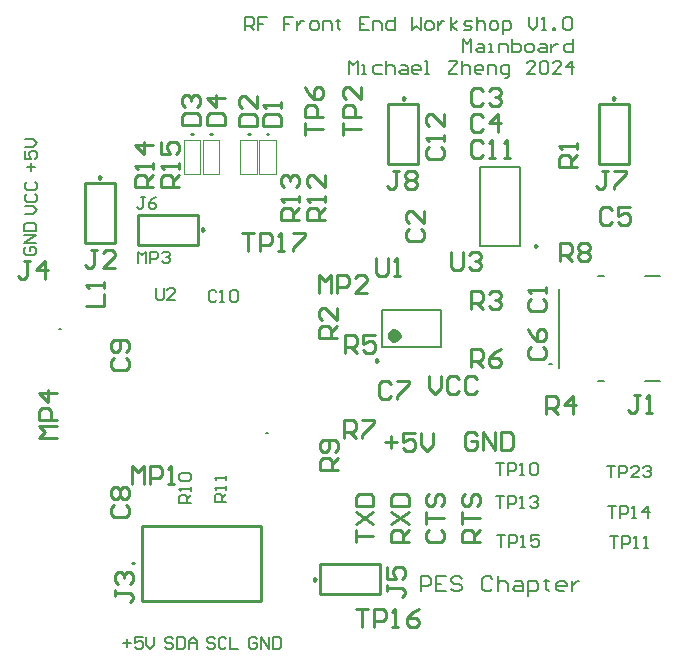
<source format=gto>
G04*
G04 #@! TF.GenerationSoftware,Altium Limited,Altium Designer,24.9.1 (31)*
G04*
G04 Layer_Color=65535*
%FSLAX25Y25*%
%MOIN*%
G70*
G04*
G04 #@! TF.SameCoordinates,A3C4BDD5-98FE-4EBF-97C8-16CFD852CAFA*
G04*
G04*
G04 #@! TF.FilePolarity,Positive*
G04*
G01*
G75*
%ADD10C,0.00787*%
%ADD11C,0.00984*%
%ADD12C,0.01004*%
%ADD13C,0.01000*%
%ADD14C,0.02362*%
%ADD15C,0.00500*%
%ADD16C,0.00394*%
%ADD17C,0.00602*%
D10*
X86024Y73524D02*
X85236D01*
X86024D01*
X180512Y96555D02*
X179724D01*
X180512D01*
X16929Y108268D02*
X16142D01*
X16929D01*
X156693Y162008D02*
X170079D01*
X156693Y135630D02*
X170079D01*
X156693D02*
Y162008D01*
X170079Y135630D02*
Y162008D01*
X124016Y101969D02*
X143701D01*
X124016Y114567D02*
X143701D01*
X124016Y101969D02*
Y114567D01*
X143701Y101969D02*
Y114567D01*
X136870Y20693D02*
Y25810D01*
X139428D01*
X140281Y24957D01*
Y23251D01*
X139428Y22399D01*
X136870D01*
X145397Y25810D02*
X141987D01*
Y20693D01*
X145397D01*
X141987Y23251D02*
X143692D01*
X150514Y24957D02*
X149661Y25810D01*
X147956D01*
X147103Y24957D01*
Y24104D01*
X147956Y23251D01*
X149661D01*
X150514Y22399D01*
Y21546D01*
X149661Y20693D01*
X147956D01*
X147103Y21546D01*
X160747Y24957D02*
X159894Y25810D01*
X158189D01*
X157336Y24957D01*
Y21546D01*
X158189Y20693D01*
X159894D01*
X160747Y21546D01*
X162452Y25810D02*
Y20693D01*
Y23251D01*
X163305Y24104D01*
X165011D01*
X165863Y23251D01*
Y20693D01*
X168421Y24104D02*
X170127D01*
X170980Y23251D01*
Y20693D01*
X168421D01*
X167569Y21546D01*
X168421Y22399D01*
X170980D01*
X172685Y18988D02*
Y24104D01*
X175243D01*
X176096Y23251D01*
Y21546D01*
X175243Y20693D01*
X172685D01*
X178655Y24957D02*
Y24104D01*
X177802D01*
X179507D01*
X178655D01*
Y21546D01*
X179507Y20693D01*
X184624D02*
X182918D01*
X182065Y21546D01*
Y23251D01*
X182918Y24104D01*
X184624D01*
X185476Y23251D01*
Y22399D01*
X182065D01*
X187182Y24104D02*
Y20693D01*
Y22399D01*
X188035Y23251D01*
X188887Y24104D01*
X189740D01*
X150787Y200394D02*
Y204723D01*
X152231Y203280D01*
X153674Y204723D01*
Y200394D01*
X155838Y203280D02*
X157281D01*
X158003Y202558D01*
Y200394D01*
X155838D01*
X155117Y201115D01*
X155838Y201837D01*
X158003D01*
X159446Y200394D02*
X160889D01*
X160168D01*
Y203280D01*
X159446D01*
X163054Y200394D02*
Y203280D01*
X165218D01*
X165940Y202558D01*
Y200394D01*
X167383Y204723D02*
Y200394D01*
X169548D01*
X170269Y201115D01*
Y201837D01*
Y202558D01*
X169548Y203280D01*
X167383D01*
X172434Y200394D02*
X173877D01*
X174599Y201115D01*
Y202558D01*
X173877Y203280D01*
X172434D01*
X171712Y202558D01*
Y201115D01*
X172434Y200394D01*
X176763Y203280D02*
X178206D01*
X178928Y202558D01*
Y200394D01*
X176763D01*
X176042Y201115D01*
X176763Y201837D01*
X178928D01*
X180371Y203280D02*
Y200394D01*
Y201837D01*
X181093Y202558D01*
X181814Y203280D01*
X182536D01*
X187586Y204723D02*
Y200394D01*
X185422D01*
X184700Y201115D01*
Y202558D01*
X185422Y203280D01*
X187586D01*
X78347Y207742D02*
Y212072D01*
X80511D01*
X81233Y211350D01*
Y209907D01*
X80511Y209185D01*
X78347D01*
X79790D02*
X81233Y207742D01*
X85562Y212072D02*
X82676D01*
Y209907D01*
X84119D01*
X82676D01*
Y207742D01*
X94221Y212072D02*
X91334D01*
Y209907D01*
X92778D01*
X91334D01*
Y207742D01*
X95664Y210629D02*
Y207742D01*
Y209185D01*
X96385Y209907D01*
X97107Y210629D01*
X97828D01*
X100715Y207742D02*
X102158D01*
X102879Y208464D01*
Y209907D01*
X102158Y210629D01*
X100715D01*
X99993Y209907D01*
Y208464D01*
X100715Y207742D01*
X104322D02*
Y210629D01*
X106487D01*
X107209Y209907D01*
Y207742D01*
X109373Y211350D02*
Y210629D01*
X108652D01*
X110095D01*
X109373D01*
Y208464D01*
X110095Y207742D01*
X119475Y212072D02*
X116589D01*
Y207742D01*
X119475D01*
X116589Y209907D02*
X118032D01*
X120918Y207742D02*
Y210629D01*
X123083D01*
X123804Y209907D01*
Y207742D01*
X128133Y212072D02*
Y207742D01*
X125969D01*
X125247Y208464D01*
Y209907D01*
X125969Y210629D01*
X128133D01*
X133906Y212072D02*
Y207742D01*
X135349Y209185D01*
X136792Y207742D01*
Y212072D01*
X138957Y207742D02*
X140400D01*
X141121Y208464D01*
Y209907D01*
X140400Y210629D01*
X138957D01*
X138235Y209907D01*
Y208464D01*
X138957Y207742D01*
X142565Y210629D02*
Y207742D01*
Y209185D01*
X143286Y209907D01*
X144008Y210629D01*
X144729D01*
X146894Y207742D02*
Y212072D01*
Y209185D02*
X149058Y210629D01*
X146894Y209185D02*
X149058Y207742D01*
X151223D02*
X153388D01*
X154109Y208464D01*
X153388Y209185D01*
X151945D01*
X151223Y209907D01*
X151945Y210629D01*
X154109D01*
X155552Y212072D02*
Y207742D01*
Y209907D01*
X156274Y210629D01*
X157717D01*
X158439Y209907D01*
Y207742D01*
X160603D02*
X162047D01*
X162768Y208464D01*
Y209907D01*
X162047Y210629D01*
X160603D01*
X159882Y209907D01*
Y208464D01*
X160603Y207742D01*
X164211Y206299D02*
Y210629D01*
X166376D01*
X167097Y209907D01*
Y208464D01*
X166376Y207742D01*
X164211D01*
X172870Y212072D02*
Y209185D01*
X174313Y207742D01*
X175756Y209185D01*
Y212072D01*
X177199Y207742D02*
X178642D01*
X177921D01*
Y212072D01*
X177199Y211350D01*
X180807Y207742D02*
Y208464D01*
X181528D01*
Y207742D01*
X180807D01*
X184415Y211350D02*
X185136Y212072D01*
X186579D01*
X187301Y211350D01*
Y208464D01*
X186579Y207742D01*
X185136D01*
X184415Y208464D01*
Y211350D01*
X112992Y193175D02*
Y197505D01*
X114435Y196062D01*
X115878Y197505D01*
Y193175D01*
X117321D02*
X118764D01*
X118043D01*
Y196062D01*
X117321D01*
X123815D02*
X121651D01*
X120929Y195340D01*
Y193897D01*
X121651Y193175D01*
X123815D01*
X125259Y197505D02*
Y193175D01*
Y195340D01*
X125980Y196062D01*
X127423D01*
X128145Y195340D01*
Y193175D01*
X130309Y196062D02*
X131753D01*
X132474Y195340D01*
Y193175D01*
X130309D01*
X129588Y193897D01*
X130309Y194618D01*
X132474D01*
X136082Y193175D02*
X134639D01*
X133917Y193897D01*
Y195340D01*
X134639Y196062D01*
X136082D01*
X136803Y195340D01*
Y194618D01*
X133917D01*
X138246Y193175D02*
X139690D01*
X138968D01*
Y197505D01*
X138246D01*
X146184D02*
X149070D01*
Y196783D01*
X146184Y193897D01*
Y193175D01*
X149070D01*
X150513Y197505D02*
Y193175D01*
Y195340D01*
X151234Y196062D01*
X152678D01*
X153399Y195340D01*
Y193175D01*
X157007D02*
X155564D01*
X154842Y193897D01*
Y195340D01*
X155564Y196062D01*
X157007D01*
X157728Y195340D01*
Y194618D01*
X154842D01*
X159171Y193175D02*
Y196062D01*
X161336D01*
X162058Y195340D01*
Y193175D01*
X164944Y191732D02*
X165665D01*
X166387Y192454D01*
Y196062D01*
X164222D01*
X163501Y195340D01*
Y193897D01*
X164222Y193175D01*
X166387D01*
X175046D02*
X172159D01*
X175046Y196062D01*
Y196783D01*
X174324Y197505D01*
X172881D01*
X172159Y196783D01*
X176489D02*
X177210Y197505D01*
X178653D01*
X179375Y196783D01*
Y193897D01*
X178653Y193175D01*
X177210D01*
X176489Y193897D01*
Y196783D01*
X183704Y193175D02*
X180818D01*
X183704Y196062D01*
Y196783D01*
X182983Y197505D01*
X181539D01*
X180818Y196783D01*
X187312Y193175D02*
Y197505D01*
X185147Y195340D01*
X188033D01*
D11*
X175689Y135827D02*
X174951Y136253D01*
Y135400D01*
X175689Y135827D01*
X122549Y97539D02*
X121811Y97966D01*
Y97113D01*
X122549Y97539D01*
D12*
X201681Y185039D02*
X200931Y185472D01*
Y184606D01*
X201681Y185039D01*
X131602D02*
X130852Y185472D01*
Y184606D01*
X131602Y185039D01*
X64772Y141240D02*
X64022Y141673D01*
Y140807D01*
X64772Y141240D01*
X101878Y24705D02*
X101128Y25138D01*
Y24272D01*
X101878Y24705D01*
X30421Y158661D02*
X29671Y159094D01*
Y158228D01*
X30421Y158661D01*
D13*
X86105Y173228D02*
X85548D01*
X86105D01*
X79806D02*
X79249D01*
X79806D01*
X67207D02*
X66651D01*
X67207D01*
X60908D02*
X60352D01*
X60908D01*
X41236Y30118D02*
X40614D01*
X41236D01*
X196181Y163228D02*
Y183228D01*
X206181Y163228D02*
Y183228D01*
X196181Y163228D02*
X206181D01*
X196181Y183228D02*
X206181D01*
X126102Y163228D02*
Y183228D01*
X136102Y163228D02*
Y183228D01*
X126102Y163228D02*
X136102D01*
X126102Y183228D02*
X136102D01*
X42461Y146240D02*
X62461D01*
X42461Y136240D02*
X62461D01*
X42461D02*
Y146240D01*
X62461Y136240D02*
Y146240D01*
X103189Y19705D02*
X123189D01*
X103189Y29705D02*
X123189D01*
Y19705D02*
Y29705D01*
X103189Y19705D02*
Y29705D01*
X44094Y17323D02*
X83504D01*
X44094Y42323D02*
X83504D01*
Y17323D02*
Y42323D01*
X44094Y17323D02*
Y42323D01*
X24921Y136850D02*
Y156850D01*
X34921Y136850D02*
Y156850D01*
X24921Y136850D02*
X34921D01*
X24921Y156850D02*
X34921D01*
X40640Y56450D02*
Y62448D01*
X42639Y60448D01*
X44639Y62448D01*
Y56450D01*
X46638D02*
Y62448D01*
X49637D01*
X50637Y61448D01*
Y59449D01*
X49637Y58449D01*
X46638D01*
X52636Y56450D02*
X54636D01*
X53636D01*
Y62448D01*
X52636Y61448D01*
X146970Y133708D02*
Y128709D01*
X147970Y127710D01*
X149969D01*
X150969Y128709D01*
Y133708D01*
X152968Y132708D02*
X153968Y133708D01*
X155967D01*
X156967Y132708D01*
Y131708D01*
X155967Y130709D01*
X154967D01*
X155967D01*
X156967Y129709D01*
Y128709D01*
X155967Y127710D01*
X153968D01*
X152968Y128709D01*
X122100Y131952D02*
Y126953D01*
X123100Y125953D01*
X125099D01*
X126099Y126953D01*
Y131952D01*
X128098Y125953D02*
X130097D01*
X129098D01*
Y131952D01*
X128098Y130952D01*
X139640Y92369D02*
Y88370D01*
X141640Y86371D01*
X143639Y88370D01*
Y92369D01*
X149637Y91369D02*
X148637Y92369D01*
X146638D01*
X145638Y91369D01*
Y87371D01*
X146638Y86371D01*
X148637D01*
X149637Y87371D01*
X155635Y91369D02*
X154636Y92369D01*
X152636D01*
X151637Y91369D01*
Y87371D01*
X152636Y86371D01*
X154636D01*
X155635Y87371D01*
X125074Y70472D02*
X129072D01*
X127073Y72472D02*
Y68473D01*
X135070Y73471D02*
X131071D01*
Y70472D01*
X133071Y71472D01*
X134071D01*
X135070Y70472D01*
Y68473D01*
X134071Y67473D01*
X132071D01*
X131071Y68473D01*
X137070Y73471D02*
Y69473D01*
X139069Y67473D01*
X141068Y69473D01*
Y73471D01*
X155450Y72865D02*
X154450Y73865D01*
X152451D01*
X151451Y72865D01*
Y68867D01*
X152451Y67867D01*
X154450D01*
X155450Y68867D01*
Y70866D01*
X153451D01*
X157449Y67867D02*
Y73865D01*
X161448Y67867D01*
Y73865D01*
X163447D02*
Y67867D01*
X166447D01*
X167446Y68867D01*
Y72865D01*
X166447Y73865D01*
X163447D01*
X77299Y140105D02*
X81297D01*
X79298D01*
Y134107D01*
X83297D02*
Y140105D01*
X86296D01*
X87295Y139106D01*
Y137106D01*
X86296Y136107D01*
X83297D01*
X89295Y134107D02*
X91294D01*
X90294D01*
Y140105D01*
X89295Y139106D01*
X94293Y140105D02*
X98292D01*
Y139106D01*
X94293Y135107D01*
Y134107D01*
X115291Y14810D02*
X119290D01*
X117290D01*
Y8812D01*
X121289D02*
Y14810D01*
X124288D01*
X125288Y13810D01*
Y11811D01*
X124288Y10811D01*
X121289D01*
X127287Y8812D02*
X129286D01*
X128287D01*
Y14810D01*
X127287Y13810D01*
X136284Y14810D02*
X134285Y13810D01*
X132285Y11811D01*
Y9812D01*
X133285Y8812D01*
X135284D01*
X136284Y9812D01*
Y10811D01*
X135284Y11811D01*
X132285D01*
X98182Y172711D02*
Y176710D01*
Y174711D01*
X104180D01*
Y178709D02*
X98182D01*
Y181708D01*
X99182Y182708D01*
X101181D01*
X102181Y181708D01*
Y178709D01*
X98182Y188706D02*
X99182Y186707D01*
X101181Y184707D01*
X103180D01*
X104180Y185707D01*
Y187706D01*
X103180Y188706D01*
X102181D01*
X101181Y187706D01*
Y184707D01*
X139733Y41277D02*
X138733Y40277D01*
Y38278D01*
X139733Y37278D01*
X143732D01*
X144731Y38278D01*
Y40277D01*
X143732Y41277D01*
X138733Y43276D02*
Y47275D01*
Y45276D01*
X144731D01*
X139733Y53273D02*
X138733Y52273D01*
Y50274D01*
X139733Y49274D01*
X140733D01*
X141732Y50274D01*
Y52273D01*
X142732Y53273D01*
X143732D01*
X144731Y52273D01*
Y50274D01*
X143732Y49274D01*
X132920Y37278D02*
X126922D01*
Y40277D01*
X127922Y41277D01*
X129921D01*
X130921Y40277D01*
Y37278D01*
Y39277D02*
X132920Y41277D01*
X126922Y43276D02*
X132920Y47275D01*
X126922D02*
X132920Y43276D01*
X126922Y49274D02*
X132920D01*
Y52273D01*
X131921Y53273D01*
X127922D01*
X126922Y52273D01*
Y49274D01*
X156542Y37278D02*
X150544D01*
Y40277D01*
X151544Y41277D01*
X153543D01*
X154543Y40277D01*
Y37278D01*
Y39277D02*
X156542Y41277D01*
X150544Y43276D02*
Y47275D01*
Y45276D01*
X156542D01*
X151544Y53273D02*
X150544Y52273D01*
Y50274D01*
X151544Y49274D01*
X152544D01*
X153543Y50274D01*
Y52273D01*
X154543Y53273D01*
X155543D01*
X156542Y52273D01*
Y50274D01*
X155543Y49274D01*
X110781Y172711D02*
Y176710D01*
Y174711D01*
X116779D01*
Y178709D02*
X110781D01*
Y181708D01*
X111780Y182708D01*
X113779D01*
X114779Y181708D01*
Y178709D01*
X116779Y188706D02*
Y184707D01*
X112780Y188706D01*
X111780D01*
X110781Y187706D01*
Y185707D01*
X111780Y184707D01*
X115111Y37278D02*
Y41277D01*
Y39277D01*
X121109D01*
X115111Y43276D02*
X121109Y47275D01*
X115111D02*
X121109Y43276D01*
X115111Y49274D02*
X121109D01*
Y52273D01*
X120110Y53273D01*
X116111D01*
X115111Y52273D01*
Y49274D01*
X109298Y61143D02*
X103300D01*
Y64142D01*
X104300Y65142D01*
X106299D01*
X107299Y64142D01*
Y61143D01*
Y63143D02*
X109298Y65142D01*
X108299Y67141D02*
X109298Y68141D01*
Y70140D01*
X108299Y71140D01*
X104300D01*
X103300Y70140D01*
Y68141D01*
X104300Y67141D01*
X105299D01*
X106299Y68141D01*
Y71140D01*
X183191Y130859D02*
Y136857D01*
X186190D01*
X187189Y135858D01*
Y133858D01*
X186190Y132859D01*
X183191D01*
X185190D02*
X187189Y130859D01*
X189189Y135858D02*
X190188Y136857D01*
X192188D01*
X193187Y135858D01*
Y134858D01*
X192188Y133858D01*
X193187Y132859D01*
Y131859D01*
X192188Y130859D01*
X190188D01*
X189189Y131859D01*
Y132859D01*
X190188Y133858D01*
X189189Y134858D01*
Y135858D01*
X190188Y133858D02*
X192188D01*
X111143Y71804D02*
Y77802D01*
X114142D01*
X115142Y76802D01*
Y74803D01*
X114142Y73804D01*
X111143D01*
X113143D02*
X115142Y71804D01*
X117141Y77802D02*
X121140D01*
Y76802D01*
X117141Y72804D01*
Y71804D01*
X153663Y95426D02*
Y101424D01*
X156662D01*
X157662Y100425D01*
Y98425D01*
X156662Y97426D01*
X153663D01*
X155662D02*
X157662Y95426D01*
X163660Y101424D02*
X161660Y100425D01*
X159661Y98425D01*
Y96426D01*
X160661Y95426D01*
X162660D01*
X163660Y96426D01*
Y97426D01*
X162660Y98425D01*
X159661D01*
X111537Y100151D02*
Y106149D01*
X114536D01*
X115536Y105149D01*
Y103150D01*
X114536Y102150D01*
X111537D01*
X113536D02*
X115536Y100151D01*
X121534Y106149D02*
X117535D01*
Y103150D01*
X119535Y104149D01*
X120534D01*
X121534Y103150D01*
Y101150D01*
X120534Y100151D01*
X118535D01*
X117535Y101150D01*
X178466Y79678D02*
Y85676D01*
X181465D01*
X182465Y84676D01*
Y82677D01*
X181465Y81678D01*
X178466D01*
X180465D02*
X182465Y79678D01*
X187463D02*
Y85676D01*
X184464Y82677D01*
X188463D01*
X153663Y114717D02*
Y120716D01*
X156662D01*
X157662Y119716D01*
Y117717D01*
X156662Y116717D01*
X153663D01*
X155662D02*
X157662Y114717D01*
X159661Y119716D02*
X160661Y120716D01*
X162660D01*
X163660Y119716D01*
Y118716D01*
X162660Y117717D01*
X161660D01*
X162660D01*
X163660Y116717D01*
Y115717D01*
X162660Y114717D01*
X160661D01*
X159661Y115717D01*
X108905Y105238D02*
X102907D01*
Y108237D01*
X103906Y109237D01*
X105905D01*
X106905Y108237D01*
Y105238D01*
Y107237D02*
X108905Y109237D01*
Y115235D02*
Y111236D01*
X104906Y115235D01*
X103906D01*
X102907Y114235D01*
Y112236D01*
X103906Y111236D01*
X56149Y155298D02*
X50151D01*
Y158297D01*
X51150Y159296D01*
X53150D01*
X54149Y158297D01*
Y155298D01*
Y157297D02*
X56149Y159296D01*
Y161296D02*
Y163295D01*
Y162295D01*
X50151D01*
X51150Y161296D01*
X50151Y170293D02*
Y166294D01*
X53150D01*
X52150Y168293D01*
Y169293D01*
X53150Y170293D01*
X55149D01*
X56149Y169293D01*
Y167294D01*
X55149Y166294D01*
X47487Y155298D02*
X41489D01*
Y158297D01*
X42489Y159296D01*
X44488D01*
X45488Y158297D01*
Y155298D01*
Y157297D02*
X47487Y159296D01*
Y161296D02*
Y163295D01*
Y162295D01*
X41489D01*
X42489Y161296D01*
X47487Y169293D02*
X41489D01*
X44488Y166294D01*
Y170293D01*
X96306Y144471D02*
X90308D01*
Y147470D01*
X91308Y148470D01*
X93307D01*
X94307Y147470D01*
Y144471D01*
Y146470D02*
X96306Y148470D01*
Y150469D02*
Y152468D01*
Y151469D01*
X90308D01*
X91308Y150469D01*
Y155467D02*
X90308Y156467D01*
Y158466D01*
X91308Y159466D01*
X92307D01*
X93307Y158466D01*
Y157467D01*
Y158466D01*
X94307Y159466D01*
X95306D01*
X96306Y158466D01*
Y156467D01*
X95306Y155467D01*
X104967Y144471D02*
X98970D01*
Y147470D01*
X99969Y148470D01*
X101969D01*
X102968Y147470D01*
Y144471D01*
Y146470D02*
X104967Y148470D01*
Y150469D02*
Y152468D01*
Y151469D01*
X98970D01*
X99969Y150469D01*
X104967Y159466D02*
Y155467D01*
X100969Y159466D01*
X99969D01*
X98970Y158466D01*
Y156467D01*
X99969Y155467D01*
X188826Y162143D02*
X182828D01*
Y165142D01*
X183827Y166142D01*
X185827D01*
X186826Y165142D01*
Y162143D01*
Y164142D02*
X188826Y166142D01*
Y168141D02*
Y170140D01*
Y169141D01*
X182828D01*
X183827Y168141D01*
X15597Y71924D02*
X9599D01*
X11599Y73923D01*
X9599Y75923D01*
X15597D01*
Y77922D02*
X9599D01*
Y80921D01*
X10599Y81921D01*
X12598D01*
X13598Y80921D01*
Y77922D01*
X15597Y86919D02*
X9599D01*
X12598Y83920D01*
Y87919D01*
X103026Y120229D02*
Y126227D01*
X105026Y124228D01*
X107025Y126227D01*
Y120229D01*
X109024D02*
Y126227D01*
X112023D01*
X113023Y125228D01*
Y123228D01*
X112023Y122229D01*
X109024D01*
X119021Y120229D02*
X115022D01*
X119021Y124228D01*
Y125228D01*
X118021Y126227D01*
X116022D01*
X115022Y125228D01*
X25347Y115686D02*
X31345D01*
Y119685D01*
Y121684D02*
Y123684D01*
Y122684D01*
X25347D01*
X26347Y121684D01*
X129709Y160873D02*
X127710D01*
X128709D01*
Y155875D01*
X127710Y154875D01*
X126710D01*
X125710Y155875D01*
X131708Y159873D02*
X132708Y160873D01*
X134707D01*
X135707Y159873D01*
Y158874D01*
X134707Y157874D01*
X135707Y156874D01*
Y155875D01*
X134707Y154875D01*
X132708D01*
X131708Y155875D01*
Y156874D01*
X132708Y157874D01*
X131708Y158874D01*
Y159873D01*
X132708Y157874D02*
X134707D01*
X199394Y160873D02*
X197395D01*
X198394D01*
Y155875D01*
X197395Y154875D01*
X196395D01*
X195395Y155875D01*
X201393Y160873D02*
X205392D01*
Y159873D01*
X201393Y155875D01*
Y154875D01*
X125544Y22918D02*
Y20918D01*
Y21918D01*
X130543D01*
X131542Y20918D01*
Y19919D01*
X130543Y18919D01*
X125544Y28916D02*
Y24917D01*
X128543D01*
X127544Y26916D01*
Y27916D01*
X128543Y28916D01*
X130543D01*
X131542Y27916D01*
Y25917D01*
X130543Y24917D01*
X6481Y130952D02*
X4481D01*
X5481D01*
Y125953D01*
X4481Y124954D01*
X3482D01*
X2482Y125953D01*
X11479Y124954D02*
Y130952D01*
X8480Y127953D01*
X12479D01*
X35092Y21244D02*
Y19245D01*
Y20245D01*
X40090D01*
X41090Y19245D01*
Y18245D01*
X40090Y17246D01*
X36091Y23244D02*
X35092Y24243D01*
Y26243D01*
X36091Y27242D01*
X37091D01*
X38091Y26243D01*
Y25243D01*
Y26243D01*
X39090Y27242D01*
X40090D01*
X41090Y26243D01*
Y24243D01*
X40090Y23244D01*
X28922Y134495D02*
X26922D01*
X27922D01*
Y129497D01*
X26922Y128497D01*
X25923D01*
X24923Y129497D01*
X34920Y128497D02*
X30921D01*
X34920Y132496D01*
Y133495D01*
X33920Y134495D01*
X31921D01*
X30921Y133495D01*
X209842Y86070D02*
X207843D01*
X208843D01*
Y81072D01*
X207843Y80072D01*
X206843D01*
X205844Y81072D01*
X211842Y80072D02*
X213841D01*
X212842D01*
Y86070D01*
X211842Y85070D01*
X65505Y176104D02*
X71503D01*
Y179103D01*
X70503Y180103D01*
X66505D01*
X65505Y179103D01*
Y176104D01*
X71503Y185101D02*
X65505D01*
X68504Y182102D01*
Y186101D01*
X57237Y176104D02*
X63235D01*
Y179103D01*
X62236Y180103D01*
X58237D01*
X57237Y179103D01*
Y176104D01*
X58237Y182102D02*
X57237Y183102D01*
Y185101D01*
X58237Y186101D01*
X59237D01*
X60236Y185101D01*
Y184101D01*
Y185101D01*
X61236Y186101D01*
X62236D01*
X63235Y185101D01*
Y183102D01*
X62236Y182102D01*
X76135Y175710D02*
X82133D01*
Y178709D01*
X81133Y179709D01*
X77135D01*
X76135Y178709D01*
Y175710D01*
X82133Y185707D02*
Y181708D01*
X78134Y185707D01*
X77135D01*
X76135Y184707D01*
Y182708D01*
X77135Y181708D01*
X84403Y175923D02*
X90401D01*
Y178922D01*
X89401Y179921D01*
X85402D01*
X84403Y178922D01*
Y175923D01*
X90401Y181921D02*
Y183920D01*
Y182920D01*
X84403D01*
X85402Y181921D01*
X139733Y168942D02*
X138733Y167942D01*
Y165943D01*
X139733Y164943D01*
X143732D01*
X144731Y165943D01*
Y167942D01*
X143732Y168942D01*
X144731Y170941D02*
Y172941D01*
Y171941D01*
X138733D01*
X139733Y170941D01*
X144731Y179938D02*
Y175940D01*
X140733Y179938D01*
X139733D01*
X138733Y178939D01*
Y176939D01*
X139733Y175940D01*
X157737Y170110D02*
X156737Y171109D01*
X154738D01*
X153738Y170110D01*
Y166111D01*
X154738Y165111D01*
X156737D01*
X157737Y166111D01*
X159736Y165111D02*
X161736D01*
X160736D01*
Y171109D01*
X159736Y170110D01*
X164735Y165111D02*
X166734D01*
X165734D01*
Y171109D01*
X164735Y170110D01*
X34615Y98607D02*
X33615Y97607D01*
Y95608D01*
X34615Y94608D01*
X38614D01*
X39613Y95608D01*
Y97607D01*
X38614Y98607D01*
Y100606D02*
X39613Y101606D01*
Y103605D01*
X38614Y104605D01*
X34615D01*
X33615Y103605D01*
Y101606D01*
X34615Y100606D01*
X35614D01*
X36614Y101606D01*
Y104605D01*
X34516Y49591D02*
X33517Y48591D01*
Y46592D01*
X34516Y45592D01*
X38515D01*
X39515Y46592D01*
Y48591D01*
X38515Y49591D01*
X34516Y51590D02*
X33517Y52590D01*
Y54589D01*
X34516Y55589D01*
X35516D01*
X36516Y54589D01*
X37515Y55589D01*
X38515D01*
X39515Y54589D01*
Y52590D01*
X38515Y51590D01*
X37515D01*
X36516Y52590D01*
X35516Y51590D01*
X34516D01*
X36516Y52590D02*
Y54589D01*
X126953Y89795D02*
X125953Y90794D01*
X123954D01*
X122954Y89795D01*
Y85796D01*
X123954Y84796D01*
X125953D01*
X126953Y85796D01*
X128952Y90794D02*
X132951D01*
Y89795D01*
X128952Y85796D01*
Y84796D01*
X173591Y102150D02*
X172591Y101150D01*
Y99151D01*
X173591Y98151D01*
X177590D01*
X178590Y99151D01*
Y101150D01*
X177590Y102150D01*
X172591Y108148D02*
X173591Y106149D01*
X175591Y104149D01*
X177590D01*
X178590Y105149D01*
Y107148D01*
X177590Y108148D01*
X176590D01*
X175591Y107148D01*
Y104149D01*
X200575Y147669D02*
X199575Y148668D01*
X197576D01*
X196576Y147669D01*
Y143670D01*
X197576Y142670D01*
X199575D01*
X200575Y143670D01*
X206573Y148668D02*
X202574D01*
Y145669D01*
X204574Y146669D01*
X205574D01*
X206573Y145669D01*
Y143670D01*
X205574Y142670D01*
X203574D01*
X202574Y143670D01*
X157662Y178771D02*
X156662Y179771D01*
X154663D01*
X153663Y178771D01*
Y174772D01*
X154663Y173773D01*
X156662D01*
X157662Y174772D01*
X162660Y173773D02*
Y179771D01*
X159661Y176772D01*
X163660D01*
X157662Y187432D02*
X156662Y188432D01*
X154663D01*
X153663Y187432D01*
Y183434D01*
X154663Y182434D01*
X156662D01*
X157662Y183434D01*
X159661Y187432D02*
X160661Y188432D01*
X162660D01*
X163660Y187432D01*
Y186433D01*
X162660Y185433D01*
X161660D01*
X162660D01*
X163660Y184433D01*
Y183434D01*
X162660Y182434D01*
X160661D01*
X159661Y183434D01*
X133040Y141520D02*
X132040Y140520D01*
Y138521D01*
X133040Y137521D01*
X137039D01*
X138038Y138521D01*
Y140520D01*
X137039Y141520D01*
X138038Y147518D02*
Y143519D01*
X134040Y147518D01*
X133040D01*
X132040Y146518D01*
Y144519D01*
X133040Y143519D01*
X173591Y118110D02*
X172591Y117111D01*
Y115111D01*
X173591Y114111D01*
X177590D01*
X178590Y115111D01*
Y117111D01*
X177590Y118110D01*
X178590Y120110D02*
Y122109D01*
Y121109D01*
X172591D01*
X173591Y120110D01*
D14*
X129134Y105905D02*
X128689Y106829D01*
X127690Y107057D01*
X126889Y106418D01*
Y105393D01*
X127690Y104754D01*
X128689Y104982D01*
X129134Y105905D01*
D15*
X182795Y95177D02*
Y121358D01*
X196043Y90669D02*
X197854D01*
X211595D02*
X216535D01*
X211595Y125866D02*
X216535D01*
X196043D02*
X197854D01*
D16*
X83071Y171063D02*
X88583D01*
Y159646D02*
Y171063D01*
X83071Y159646D02*
X88583D01*
X83071D02*
Y171063D01*
X76772D02*
X82284D01*
Y159646D02*
Y171063D01*
X76772Y159646D02*
X82284D01*
X76772D02*
Y171063D01*
X64173D02*
X69685D01*
Y159646D02*
Y171063D01*
X64173Y159646D02*
X69685D01*
X64173D02*
Y171063D01*
X57874D02*
X63386D01*
Y159646D02*
Y171063D01*
X57874Y159646D02*
X63386D01*
X57874D02*
Y171063D01*
D17*
X48492Y121850D02*
Y118570D01*
X49148Y117914D01*
X50460D01*
X51116Y118570D01*
Y121850D01*
X55051Y117914D02*
X52428D01*
X55051Y120538D01*
Y121194D01*
X54396Y121850D01*
X53084D01*
X52428Y121194D01*
X4922Y146603D02*
X7546D01*
X8858Y147915D01*
X7546Y149226D01*
X4922D01*
X5578Y153162D02*
X4922Y152506D01*
Y151194D01*
X5578Y150539D01*
X8202D01*
X8858Y151194D01*
Y152506D01*
X8202Y153162D01*
X5578Y157098D02*
X4922Y156442D01*
Y155130D01*
X5578Y154474D01*
X8202D01*
X8858Y155130D01*
Y156442D01*
X8202Y157098D01*
X37567Y3347D02*
X40191D01*
X38879Y4658D02*
Y2035D01*
X44127Y5314D02*
X41503D01*
Y3347D01*
X42815Y4002D01*
X43471D01*
X44127Y3347D01*
Y2035D01*
X43471Y1379D01*
X42159D01*
X41503Y2035D01*
X45439Y5314D02*
Y2691D01*
X46751Y1379D01*
X48063Y2691D01*
Y5314D01*
X5381Y135467D02*
X4725Y134811D01*
Y133499D01*
X5381Y132843D01*
X8005D01*
X8661Y133499D01*
Y134811D01*
X8005Y135467D01*
X6693D01*
Y134155D01*
X8661Y136779D02*
X4725D01*
X8661Y139402D01*
X4725D01*
Y140714D02*
X8661D01*
Y142682D01*
X8005Y143338D01*
X5381D01*
X4725Y142682D01*
Y140714D01*
X82317Y4658D02*
X81661Y5314D01*
X80349D01*
X79693Y4658D01*
Y2035D01*
X80349Y1379D01*
X81661D01*
X82317Y2035D01*
Y3347D01*
X81005D01*
X83629Y1379D02*
Y5314D01*
X86253Y1379D01*
Y5314D01*
X87565D02*
Y1379D01*
X89533D01*
X90189Y2035D01*
Y4658D01*
X89533Y5314D01*
X87565D01*
X162404Y39369D02*
X165028D01*
X163716D01*
Y35434D01*
X166340D02*
Y39369D01*
X168307D01*
X168963Y38713D01*
Y37402D01*
X168307Y36746D01*
X166340D01*
X170275Y35434D02*
X171587D01*
X170931D01*
Y39369D01*
X170275Y38713D01*
X176179Y39369D02*
X173555D01*
Y37402D01*
X174867Y38058D01*
X175523D01*
X176179Y37402D01*
Y36090D01*
X175523Y35434D01*
X174211D01*
X173555Y36090D01*
X199412Y49212D02*
X202035D01*
X200724D01*
Y45276D01*
X203347D02*
Y49212D01*
X205315D01*
X205971Y48556D01*
Y47244D01*
X205315Y46588D01*
X203347D01*
X207283Y45276D02*
X208595D01*
X207939D01*
Y49212D01*
X207283Y48556D01*
X212531Y45276D02*
Y49212D01*
X210563Y47244D01*
X213187D01*
X162010Y52362D02*
X164634D01*
X163322D01*
Y48426D01*
X165946D02*
Y52362D01*
X167914D01*
X168570Y51706D01*
Y50394D01*
X167914Y49738D01*
X165946D01*
X169882Y48426D02*
X171194D01*
X170537D01*
Y52362D01*
X169882Y51706D01*
X173161D02*
X173817Y52362D01*
X175129D01*
X175785Y51706D01*
Y51050D01*
X175129Y50394D01*
X174473D01*
X175129D01*
X175785Y49738D01*
Y49082D01*
X175129Y48426D01*
X173817D01*
X173161Y49082D01*
X200068Y38976D02*
X202692D01*
X201379D01*
Y35040D01*
X204003D02*
Y38976D01*
X205971D01*
X206627Y38320D01*
Y37008D01*
X205971Y36352D01*
X204003D01*
X207939Y35040D02*
X209251D01*
X208595D01*
Y38976D01*
X207939Y38320D01*
X211219Y35040D02*
X212531D01*
X211875D01*
Y38976D01*
X211219Y38320D01*
X162010Y63385D02*
X164634D01*
X163322D01*
Y59449D01*
X165946D02*
Y63385D01*
X167914D01*
X168570Y62729D01*
Y61417D01*
X167914Y60761D01*
X165946D01*
X169882Y59449D02*
X171194D01*
X170537D01*
Y63385D01*
X169882Y62729D01*
X173161D02*
X173817Y63385D01*
X175129D01*
X175785Y62729D01*
Y60105D01*
X175129Y59449D01*
X173817D01*
X173161Y60105D01*
Y62729D01*
X68144Y4658D02*
X67488Y5314D01*
X66176D01*
X65520Y4658D01*
Y4002D01*
X66176Y3347D01*
X67488D01*
X68144Y2691D01*
Y2035D01*
X67488Y1379D01*
X66176D01*
X65520Y2035D01*
X72080Y4658D02*
X71424Y5314D01*
X70112D01*
X69456Y4658D01*
Y2035D01*
X70112Y1379D01*
X71424D01*
X72080Y2035D01*
X73391Y5314D02*
Y1379D01*
X76015D01*
X54364Y4658D02*
X53708Y5314D01*
X52397D01*
X51740Y4658D01*
Y4002D01*
X52397Y3347D01*
X53708D01*
X54364Y2691D01*
Y2035D01*
X53708Y1379D01*
X52397D01*
X51740Y2035D01*
X55676Y5314D02*
Y1379D01*
X57644D01*
X58300Y2035D01*
Y4658D01*
X57644Y5314D01*
X55676D01*
X59612Y1379D02*
Y4002D01*
X60924Y5314D01*
X62236Y4002D01*
Y1379D01*
Y3347D01*
X59612D01*
X6890Y160894D02*
Y163518D01*
X5578Y162206D02*
X8202D01*
X4922Y167454D02*
Y164830D01*
X6890D01*
X6234Y166142D01*
Y166798D01*
X6890Y167454D01*
X8202D01*
X8858Y166798D01*
Y165486D01*
X8202Y164830D01*
X4922Y168766D02*
X7546D01*
X8858Y170078D01*
X7546Y171389D01*
X4922D01*
X199084Y62598D02*
X201708D01*
X200396D01*
Y58662D01*
X203019D02*
Y62598D01*
X204987D01*
X205643Y61942D01*
Y60630D01*
X204987Y59974D01*
X203019D01*
X209579Y58662D02*
X206955D01*
X209579Y61286D01*
Y61942D01*
X208923Y62598D01*
X207611D01*
X206955Y61942D01*
X210891D02*
X211547Y62598D01*
X212859D01*
X213515Y61942D01*
Y61286D01*
X212859Y60630D01*
X212203D01*
X212859D01*
X213515Y59974D01*
Y59318D01*
X212859Y58662D01*
X211547D01*
X210891Y59318D01*
X72047Y50461D02*
X68111D01*
Y52429D01*
X68767Y53084D01*
X70079D01*
X70735Y52429D01*
Y50461D01*
Y51773D02*
X72047Y53084D01*
Y54396D02*
Y55708D01*
Y55052D01*
X68111D01*
X68767Y54396D01*
X72047Y57676D02*
Y58988D01*
Y58332D01*
X68111D01*
X68767Y57676D01*
X60236Y50198D02*
X56300D01*
Y52166D01*
X56956Y52822D01*
X58268D01*
X58924Y52166D01*
Y50198D01*
Y51510D02*
X60236Y52822D01*
Y54134D02*
Y55446D01*
Y54790D01*
X56300D01*
X56956Y54134D01*
Y57414D02*
X56300Y58070D01*
Y59382D01*
X56956Y60038D01*
X59580D01*
X60236Y59382D01*
Y58070D01*
X59580Y57414D01*
X56956D01*
X42685Y130020D02*
Y133956D01*
X43997Y132644D01*
X45309Y133956D01*
Y130020D01*
X46621D02*
Y133956D01*
X48589D01*
X49245Y133300D01*
Y131988D01*
X48589Y131332D01*
X46621D01*
X50557Y133300D02*
X51213Y133956D01*
X52525D01*
X53181Y133300D01*
Y132644D01*
X52525Y131988D01*
X51869D01*
X52525D01*
X53181Y131332D01*
Y130676D01*
X52525Y130020D01*
X51213D01*
X50557Y130676D01*
X44816Y152165D02*
X43505D01*
X44161D01*
Y148885D01*
X43505Y148229D01*
X42849D01*
X42193Y148885D01*
X48752Y152165D02*
X47440Y151509D01*
X46128Y150197D01*
Y148885D01*
X46784Y148229D01*
X48096D01*
X48752Y148885D01*
Y149541D01*
X48096Y150197D01*
X46128D01*
X68767Y120505D02*
X68111Y121161D01*
X66799D01*
X66143Y120505D01*
Y117881D01*
X66799Y117225D01*
X68111D01*
X68767Y117881D01*
X70079Y117225D02*
X71391D01*
X70735D01*
Y121161D01*
X70079Y120505D01*
X73359D02*
X74015Y121161D01*
X75327D01*
X75983Y120505D01*
Y117881D01*
X75327Y117225D01*
X74015D01*
X73359Y117881D01*
Y120505D01*
M02*

</source>
